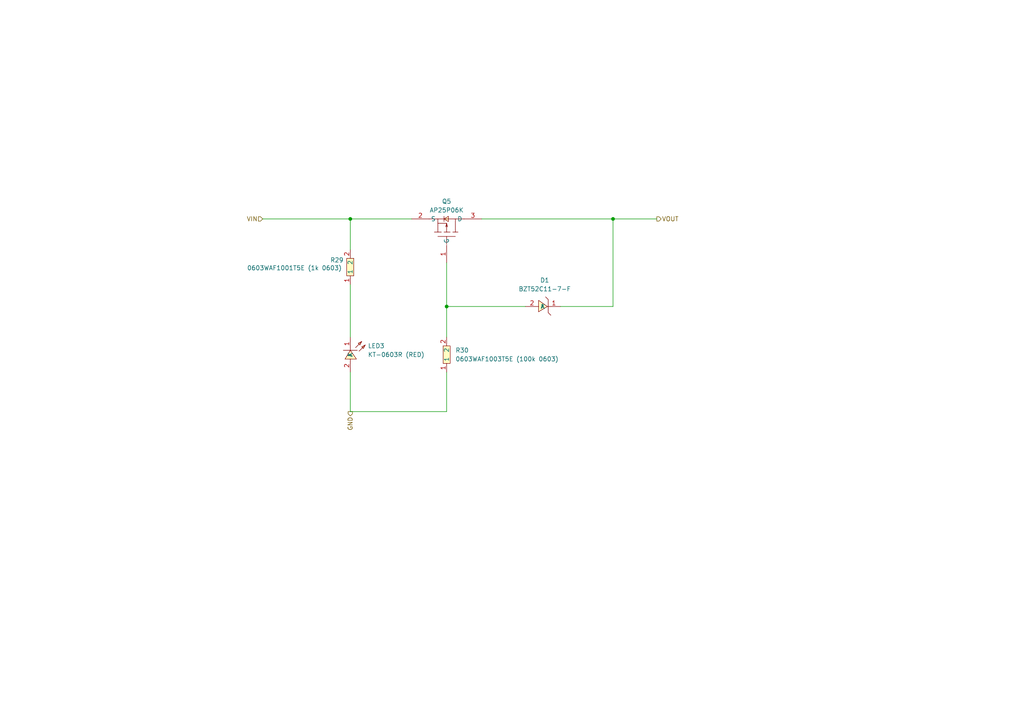
<source format=kicad_sch>
(kicad_sch (version 20231120) (generator "eeschema") (generator_version "8.0")
  (paper "A4")
  (lib_symbols
    (symbol "Rocketry_Easyeda:0603WAF1001T5E (1k 0603)"
      (property "Reference" "R" (at 0 5.08 0))
      (property "Value" "0603WAF1001T5E (1k 0603)" (at 0 -5.08 0))
      (symbol "0603WAF1001T5E (1k 0603)_0_1"
        (rectangle (start -2.54 1.02) (end 2.54 -1.02) (fill (type background)))
        (pin input line (at -5.08 0 0) (length 2.54) (name "1") (number "1"))
        (pin input line (at 5.08 0 180) (length 2.54) (name "2") (number "2"))
      )
    )
    (symbol "Rocketry_Easyeda:0603WAF1003T5E (100k 0603)"
      (property "Reference" "R" (at 0 5.08 0))
      (property "Value" "0603WAF1003T5E (100k 0603)" (at 0 -5.08 0))
      (symbol "0603WAF1003T5E (100k 0603)_0_1"
        (rectangle (start -2.54 1.02) (end 2.54 -1.02) (fill (type background)))
        (pin input line (at -5.08 0 0) (length 2.54) (name "1") (number "1"))
        (pin input line (at 5.08 0 180) (length 2.54) (name "2") (number "2"))
      )
    )
    (symbol "Rocketry_Easyeda:AP25P06K"
      (property "Reference" "Q" (at 0 15.24 0))
      (property "Value" "AP25P06K" (at 0 -15.24 0))
      (symbol "AP25P06K_0_1"
        (polyline (pts (xy 0 0) (xy -2.29 0)))
        (polyline (pts (xy 0 2.54) (xy 0 -2.54)))
        (polyline (pts (xy 1.27 -2.54) (xy 5.08 -2.54)))
        (polyline (pts (xy 1.27 -1.78) (xy 1.27 -3.3)))
        (polyline (pts (xy 1.27 0.76) (xy 1.27 -1.02)))
        (polyline (pts (xy 1.27 2.54) (xy 5.08 2.54)))
        (polyline (pts (xy 1.27 3.56) (xy 1.27 1.52)))
        (polyline (pts (xy 3.81 0) (xy 2.79 -0.25)))
        (polyline (pts (xy 3.81 2.54) (xy 3.81 0)))
        (polyline (pts (xy 5.08 5.08) (xy 5.08 -5.08)))
        (polyline (pts (xy 5.84 0.76) (xy 4.32 0.76)))
        (polyline (pts (xy 1.27 0) (xy 3.81 0) (xy 2.79 0.25)))
        (polyline (pts (xy 5.84 -0.51) (xy 4.32 -0.51) (xy 5.08 0.76) (xy 5.84 -0.51)) (fill (type background)))
        (pin unspecified line (at -7.62 0 0) (length 5.08) (name "G") (number "1"))
        (pin unspecified line (at 5.08 10.16 270) (length 5.08) (name "S") (number "2"))
        (pin unspecified line (at 5.08 -10.16 90) (length 5.08) (name "D") (number "3"))
      )
    )
    (symbol "Rocketry_Easyeda:BZT52C11-7-F"
      (property "Reference" "D" (at 0 5.08 0))
      (property "Value" "BZT52C11-7-F" (at 0 -5.08 0))
      (symbol "BZT52C11-7-F_0_1"
        (polyline (pts (xy 1.27 1.52) (xy -1.27 0) (xy 1.27 -1.78) (xy 1.27 1.52)) (fill (type background)))
        (polyline (pts (xy -2.29 2.54) (xy -1.52 1.78) (xy -1.52 1.78) (xy -1.52 -2.03) (xy -1.52 -2.03) (xy -0.76 -2.79)))
        (pin unspecified line (at -5.08 0 0) (length 3.81) (name "K") (number "1"))
        (pin unspecified line (at 5.08 0 180) (length 3.81) (name "A") (number "2"))
      )
    )
    (symbol "Rocketry_Easyeda:KT-0603R"
      (property "Reference" "LED" (at 0 5.08 0))
      (property "Value" "KT-0603R" (at 0 -5.08 0))
      (symbol "KT-0603R_0_1"
        (polyline (pts (xy -2.03 1.52) (xy -3.81 3.3)))
        (polyline (pts (xy -1.27 2.03) (xy -1.27 -2.03)))
        (polyline (pts (xy -1.02 2.54) (xy -2.79 4.32)))
        (polyline (pts (xy -3.81 3.3) (xy -2.79 2.79) (xy -3.3 2.29) (xy -3.81 3.3)) (fill (type background)))
        (polyline (pts (xy -2.79 4.32) (xy -1.78 3.81) (xy -2.29 3.3) (xy -2.79 4.32)) (fill (type background)))
        (polyline (pts (xy 1.27 -1.52) (xy -1.27 0) (xy 1.27 1.78) (xy 1.27 -1.52)) (fill (type background)))
        (pin unspecified line (at -5.08 0 0) (length 3.81) (name "K") (number "1"))
        (pin unspecified line (at 5.08 0 180) (length 3.81) (name "A") (number "2"))
      )
    )
  )
  (junction (at 129.54 88.9))
  (junction (at 177.8 63.5))
  (junction (at 101.6 63.5))
  (wire (pts (xy 129.54 119.38) (xy 101.6 119.38)))
  (wire (pts (xy 177.8 88.9) (xy 177.8 63.5)))
  (wire (pts (xy 139.7 63.5) (xy 177.8 63.5)))
  (wire (pts (xy 101.6 63.5) (xy 119.38 63.5)))
  (wire (pts (xy 162.56 88.9) (xy 177.8 88.9)))
  (wire (pts (xy 129.54 107.95) (xy 129.54 119.38)))
  (wire (pts (xy 76.2 63.5) (xy 101.6 63.5)))
  (wire (pts (xy 101.6 82.55) (xy 101.6 97.79)))
  (wire (pts (xy 101.6 107.95) (xy 101.6 119.38)))
  (wire (pts (xy 177.8 63.5) (xy 190.5 63.5)))
  (wire (pts (xy 129.54 88.9) (xy 152.4 88.9)))
  (wire (pts (xy 129.54 76.2) (xy 129.54 88.9)))
  (wire (pts (xy 101.6 72.39) (xy 101.6 63.5)))
  (wire (pts (xy 129.54 88.9) (xy 129.54 97.79)))
  (hierarchical_label "GND" (shape output) (at 101.6 119.38 270))
  (hierarchical_label "VIN" (shape input) (at 76.2 63.5 180))
  (hierarchical_label "VOUT" (shape output) (at 190.5 63.5 0))
  (symbol (lib_id "Rocketry_Easyeda:KT-0603R") (at 101.6 102.87 270) (unit 1)
    (property "Reference" "LED3" (at 106.68 100.3299 90) (effects (justify left)))
    (property "Value" "KT-0603R (RED)" (at 106.68 102.8699 90) (effects (justify left)))
    (property "Footprint" "Rocketry_Easyeda:LED0603-RD" (effects (hide yes)))
    (property "Datasheet" "https://lcsc.com/product-detail/Light-Emitting-Diodes-LED_Red-LED-0603_C2286.html" (effects (hide yes)))
    (property "LCSC Part" "C2286" (effects (hide yes)))
  )
  (symbol (lib_id "Rocketry_Easyeda:0603WAF1003T5E (100k 0603)") (at 129.54 102.87 90) (unit 1)
    (property "Reference" "R30" (at 132.08 101.5999 90) (effects (justify right)))
    (property "Value" "0603WAF1003T5E (100k 0603)" (at 132.08 104.1399 90) (effects (justify right)))
    (property "Footprint" "Rocketry_Easyeda:R0603" (effects (hide yes)))
    (property "Datasheet" "https://lcsc.com/product-detail/Chip-Resistor-Surface-Mount-UniOhm_100KR-1003-1_C25803.html" (effects (hide yes)))
    (property "LCSC Part" "C25803" (effects (hide yes)))
  )
  (symbol (lib_id "Rocketry_Easyeda:BZT52C11-7-F") (at 157.48 88.9 180) (unit 1)
    (property "Reference" "D1" (at 157.99 81.28 0))
    (property "Value" "BZT52C11-7-F" (at 157.99 83.82 0))
    (property "Footprint" "Rocketry_Easyeda:SOD-123_L2.8-W1.8-LS3.7-RD" (effects (hide yes)))
    (property "Datasheet" "https://lcsc.com/product-detail/Others_Diodes-Incorporated_BZT52C11-7-F_Diodes-Incorporated-BZT52C11-7-F_C92321.html" (effects (hide yes)))
    (property "LCSC Part" "C92321" (effects (hide yes)))
  )
  (symbol (lib_id "Rocketry_Easyeda:0603WAF1001T5E (1k 0603)") (at 101.6 77.47 90) (unit 1)
    (property "Reference" "R29" (at 95.758 75.438 90) (effects (justify right)))
    (property "Value" "0603WAF1001T5E (1k 0603)" (at 71.628 77.724 90) (effects (justify right)))
    (property "Footprint" "Rocketry_Easyeda:R0603" (effects (hide yes)))
    (property "Datasheet" "https://lcsc.com/product-detail/Chip-Resistor-Surface-Mount-UniOhm_1KR-1001-1_C21190.html" (effects (hide yes)))
    (property "LCSC Part" "C21190" (effects (hide yes)))
  )
  (symbol (lib_id "Rocketry_Easyeda:AP25P06K") (at 129.54 68.58 90) (unit 1)
    (property "Reference" "Q5" (at 129.54 58.42 90))
    (property "Value" "AP25P06K" (at 129.54 60.96 90))
    (property "Footprint" "Rocketry_Easyeda:TO-252-2_L6.6-W6.1-P4.57-LS10.1-BL" (effects (hide yes)))
    (property "LCSC Part" "C2995326" (effects (hide yes)))
  )
)
</source>
